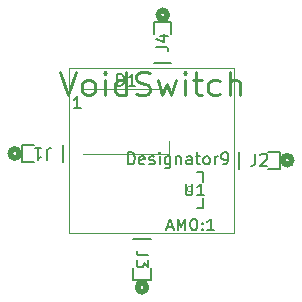
<source format=gbr>
%TF.GenerationSoftware,KiCad,Pcbnew,7.0.5*%
%TF.CreationDate,2023-06-14T21:13:02-05:00*%
%TF.ProjectId,VoidSwitch,566f6964-5377-4697-9463-682e6b696361,rev?*%
%TF.SameCoordinates,Original*%
%TF.FileFunction,Legend,Top*%
%TF.FilePolarity,Positive*%
%FSLAX46Y46*%
G04 Gerber Fmt 4.6, Leading zero omitted, Abs format (unit mm)*
G04 Created by KiCad (PCBNEW 7.0.5) date 2023-06-14 21:13:02*
%MOMM*%
%LPD*%
G01*
G04 APERTURE LIST*
%ADD10C,0.150000*%
%ADD11C,0.200000*%
%ADD12C,0.250000*%
%ADD13C,0.152400*%
%ADD14C,0.508000*%
%ADD15C,0.120000*%
%ADD16C,0.125000*%
G04 APERTURE END LIST*
D10*
%TO.C,U1*%
X151338095Y-99454819D02*
X151338095Y-100264342D01*
X151338095Y-100264342D02*
X151385714Y-100359580D01*
X151385714Y-100359580D02*
X151433333Y-100407200D01*
X151433333Y-100407200D02*
X151528571Y-100454819D01*
X151528571Y-100454819D02*
X151719047Y-100454819D01*
X151719047Y-100454819D02*
X151814285Y-100407200D01*
X151814285Y-100407200D02*
X151861904Y-100359580D01*
X151861904Y-100359580D02*
X151909523Y-100264342D01*
X151909523Y-100264342D02*
X151909523Y-99454819D01*
X152909523Y-100454819D02*
X152338095Y-100454819D01*
X152623809Y-100454819D02*
X152623809Y-99454819D01*
X152623809Y-99454819D02*
X152528571Y-99597676D01*
X152528571Y-99597676D02*
X152433333Y-99692914D01*
X152433333Y-99692914D02*
X152338095Y-99740533D01*
X146463314Y-97813219D02*
X146463314Y-96813219D01*
X146463314Y-96813219D02*
X146701409Y-96813219D01*
X146701409Y-96813219D02*
X146844266Y-96860838D01*
X146844266Y-96860838D02*
X146939504Y-96956076D01*
X146939504Y-96956076D02*
X146987123Y-97051314D01*
X146987123Y-97051314D02*
X147034742Y-97241790D01*
X147034742Y-97241790D02*
X147034742Y-97384647D01*
X147034742Y-97384647D02*
X146987123Y-97575123D01*
X146987123Y-97575123D02*
X146939504Y-97670361D01*
X146939504Y-97670361D02*
X146844266Y-97765600D01*
X146844266Y-97765600D02*
X146701409Y-97813219D01*
X146701409Y-97813219D02*
X146463314Y-97813219D01*
X147844266Y-97765600D02*
X147749028Y-97813219D01*
X147749028Y-97813219D02*
X147558552Y-97813219D01*
X147558552Y-97813219D02*
X147463314Y-97765600D01*
X147463314Y-97765600D02*
X147415695Y-97670361D01*
X147415695Y-97670361D02*
X147415695Y-97289409D01*
X147415695Y-97289409D02*
X147463314Y-97194171D01*
X147463314Y-97194171D02*
X147558552Y-97146552D01*
X147558552Y-97146552D02*
X147749028Y-97146552D01*
X147749028Y-97146552D02*
X147844266Y-97194171D01*
X147844266Y-97194171D02*
X147891885Y-97289409D01*
X147891885Y-97289409D02*
X147891885Y-97384647D01*
X147891885Y-97384647D02*
X147415695Y-97479885D01*
X148272838Y-97765600D02*
X148368076Y-97813219D01*
X148368076Y-97813219D02*
X148558552Y-97813219D01*
X148558552Y-97813219D02*
X148653790Y-97765600D01*
X148653790Y-97765600D02*
X148701409Y-97670361D01*
X148701409Y-97670361D02*
X148701409Y-97622742D01*
X148701409Y-97622742D02*
X148653790Y-97527504D01*
X148653790Y-97527504D02*
X148558552Y-97479885D01*
X148558552Y-97479885D02*
X148415695Y-97479885D01*
X148415695Y-97479885D02*
X148320457Y-97432266D01*
X148320457Y-97432266D02*
X148272838Y-97337028D01*
X148272838Y-97337028D02*
X148272838Y-97289409D01*
X148272838Y-97289409D02*
X148320457Y-97194171D01*
X148320457Y-97194171D02*
X148415695Y-97146552D01*
X148415695Y-97146552D02*
X148558552Y-97146552D01*
X148558552Y-97146552D02*
X148653790Y-97194171D01*
X149129981Y-97813219D02*
X149129981Y-97146552D01*
X149129981Y-96813219D02*
X149082362Y-96860838D01*
X149082362Y-96860838D02*
X149129981Y-96908457D01*
X149129981Y-96908457D02*
X149177600Y-96860838D01*
X149177600Y-96860838D02*
X149129981Y-96813219D01*
X149129981Y-96813219D02*
X149129981Y-96908457D01*
X150034742Y-97146552D02*
X150034742Y-97956076D01*
X150034742Y-97956076D02*
X149987123Y-98051314D01*
X149987123Y-98051314D02*
X149939504Y-98098933D01*
X149939504Y-98098933D02*
X149844266Y-98146552D01*
X149844266Y-98146552D02*
X149701409Y-98146552D01*
X149701409Y-98146552D02*
X149606171Y-98098933D01*
X150034742Y-97765600D02*
X149939504Y-97813219D01*
X149939504Y-97813219D02*
X149749028Y-97813219D01*
X149749028Y-97813219D02*
X149653790Y-97765600D01*
X149653790Y-97765600D02*
X149606171Y-97717980D01*
X149606171Y-97717980D02*
X149558552Y-97622742D01*
X149558552Y-97622742D02*
X149558552Y-97337028D01*
X149558552Y-97337028D02*
X149606171Y-97241790D01*
X149606171Y-97241790D02*
X149653790Y-97194171D01*
X149653790Y-97194171D02*
X149749028Y-97146552D01*
X149749028Y-97146552D02*
X149939504Y-97146552D01*
X149939504Y-97146552D02*
X150034742Y-97194171D01*
X150510933Y-97146552D02*
X150510933Y-97813219D01*
X150510933Y-97241790D02*
X150558552Y-97194171D01*
X150558552Y-97194171D02*
X150653790Y-97146552D01*
X150653790Y-97146552D02*
X150796647Y-97146552D01*
X150796647Y-97146552D02*
X150891885Y-97194171D01*
X150891885Y-97194171D02*
X150939504Y-97289409D01*
X150939504Y-97289409D02*
X150939504Y-97813219D01*
X151844266Y-97813219D02*
X151844266Y-97289409D01*
X151844266Y-97289409D02*
X151796647Y-97194171D01*
X151796647Y-97194171D02*
X151701409Y-97146552D01*
X151701409Y-97146552D02*
X151510933Y-97146552D01*
X151510933Y-97146552D02*
X151415695Y-97194171D01*
X151844266Y-97765600D02*
X151749028Y-97813219D01*
X151749028Y-97813219D02*
X151510933Y-97813219D01*
X151510933Y-97813219D02*
X151415695Y-97765600D01*
X151415695Y-97765600D02*
X151368076Y-97670361D01*
X151368076Y-97670361D02*
X151368076Y-97575123D01*
X151368076Y-97575123D02*
X151415695Y-97479885D01*
X151415695Y-97479885D02*
X151510933Y-97432266D01*
X151510933Y-97432266D02*
X151749028Y-97432266D01*
X151749028Y-97432266D02*
X151844266Y-97384647D01*
X152177600Y-97146552D02*
X152558552Y-97146552D01*
X152320457Y-96813219D02*
X152320457Y-97670361D01*
X152320457Y-97670361D02*
X152368076Y-97765600D01*
X152368076Y-97765600D02*
X152463314Y-97813219D01*
X152463314Y-97813219D02*
X152558552Y-97813219D01*
X153034743Y-97813219D02*
X152939505Y-97765600D01*
X152939505Y-97765600D02*
X152891886Y-97717980D01*
X152891886Y-97717980D02*
X152844267Y-97622742D01*
X152844267Y-97622742D02*
X152844267Y-97337028D01*
X152844267Y-97337028D02*
X152891886Y-97241790D01*
X152891886Y-97241790D02*
X152939505Y-97194171D01*
X152939505Y-97194171D02*
X153034743Y-97146552D01*
X153034743Y-97146552D02*
X153177600Y-97146552D01*
X153177600Y-97146552D02*
X153272838Y-97194171D01*
X153272838Y-97194171D02*
X153320457Y-97241790D01*
X153320457Y-97241790D02*
X153368076Y-97337028D01*
X153368076Y-97337028D02*
X153368076Y-97622742D01*
X153368076Y-97622742D02*
X153320457Y-97717980D01*
X153320457Y-97717980D02*
X153272838Y-97765600D01*
X153272838Y-97765600D02*
X153177600Y-97813219D01*
X153177600Y-97813219D02*
X153034743Y-97813219D01*
X153796648Y-97813219D02*
X153796648Y-97146552D01*
X153796648Y-97337028D02*
X153844267Y-97241790D01*
X153844267Y-97241790D02*
X153891886Y-97194171D01*
X153891886Y-97194171D02*
X153987124Y-97146552D01*
X153987124Y-97146552D02*
X154082362Y-97146552D01*
X154463315Y-97813219D02*
X154653791Y-97813219D01*
X154653791Y-97813219D02*
X154749029Y-97765600D01*
X154749029Y-97765600D02*
X154796648Y-97717980D01*
X154796648Y-97717980D02*
X154891886Y-97575123D01*
X154891886Y-97575123D02*
X154939505Y-97384647D01*
X154939505Y-97384647D02*
X154939505Y-97003695D01*
X154939505Y-97003695D02*
X154891886Y-96908457D01*
X154891886Y-96908457D02*
X154844267Y-96860838D01*
X154844267Y-96860838D02*
X154749029Y-96813219D01*
X154749029Y-96813219D02*
X154558553Y-96813219D01*
X154558553Y-96813219D02*
X154463315Y-96860838D01*
X154463315Y-96860838D02*
X154415696Y-96908457D01*
X154415696Y-96908457D02*
X154368077Y-97003695D01*
X154368077Y-97003695D02*
X154368077Y-97241790D01*
X154368077Y-97241790D02*
X154415696Y-97337028D01*
X154415696Y-97337028D02*
X154463315Y-97384647D01*
X154463315Y-97384647D02*
X154558553Y-97432266D01*
X154558553Y-97432266D02*
X154749029Y-97432266D01*
X154749029Y-97432266D02*
X154844267Y-97384647D01*
X154844267Y-97384647D02*
X154891886Y-97337028D01*
X154891886Y-97337028D02*
X154939505Y-97241790D01*
%TO.C,J4*%
X148854819Y-87858333D02*
X149569104Y-87858333D01*
X149569104Y-87858333D02*
X149711961Y-87905952D01*
X149711961Y-87905952D02*
X149807200Y-88001190D01*
X149807200Y-88001190D02*
X149854819Y-88144047D01*
X149854819Y-88144047D02*
X149854819Y-88239285D01*
X149188152Y-86953571D02*
X149854819Y-86953571D01*
X148807200Y-87191666D02*
X149521485Y-87429761D01*
X149521485Y-87429761D02*
X149521485Y-86810714D01*
%TO.C,J3*%
X148183280Y-105533266D02*
X147468995Y-105533266D01*
X147468995Y-105533266D02*
X147326138Y-105485647D01*
X147326138Y-105485647D02*
X147230900Y-105390409D01*
X147230900Y-105390409D02*
X147183280Y-105247552D01*
X147183280Y-105247552D02*
X147183280Y-105152314D01*
X148183280Y-105914219D02*
X148183280Y-106533266D01*
X148183280Y-106533266D02*
X147802328Y-106199933D01*
X147802328Y-106199933D02*
X147802328Y-106342790D01*
X147802328Y-106342790D02*
X147754709Y-106438028D01*
X147754709Y-106438028D02*
X147707090Y-106485647D01*
X147707090Y-106485647D02*
X147611852Y-106533266D01*
X147611852Y-106533266D02*
X147373757Y-106533266D01*
X147373757Y-106533266D02*
X147278519Y-106485647D01*
X147278519Y-106485647D02*
X147230900Y-106438028D01*
X147230900Y-106438028D02*
X147183280Y-106342790D01*
X147183280Y-106342790D02*
X147183280Y-106057076D01*
X147183280Y-106057076D02*
X147230900Y-105961838D01*
X147230900Y-105961838D02*
X147278519Y-105914219D01*
%TO.C,J2*%
X157241666Y-96919919D02*
X157241666Y-97634204D01*
X157241666Y-97634204D02*
X157194047Y-97777061D01*
X157194047Y-97777061D02*
X157098809Y-97872300D01*
X157098809Y-97872300D02*
X156955952Y-97919919D01*
X156955952Y-97919919D02*
X156860714Y-97919919D01*
X157670238Y-97015157D02*
X157717857Y-96967538D01*
X157717857Y-96967538D02*
X157813095Y-96919919D01*
X157813095Y-96919919D02*
X158051190Y-96919919D01*
X158051190Y-96919919D02*
X158146428Y-96967538D01*
X158146428Y-96967538D02*
X158194047Y-97015157D01*
X158194047Y-97015157D02*
X158241666Y-97110395D01*
X158241666Y-97110395D02*
X158241666Y-97205633D01*
X158241666Y-97205633D02*
X158194047Y-97348490D01*
X158194047Y-97348490D02*
X157622619Y-97919919D01*
X157622619Y-97919919D02*
X158241666Y-97919919D01*
%TO.C,J1*%
X139558333Y-97445180D02*
X139558333Y-96730895D01*
X139558333Y-96730895D02*
X139605952Y-96588038D01*
X139605952Y-96588038D02*
X139701190Y-96492800D01*
X139701190Y-96492800D02*
X139844047Y-96445180D01*
X139844047Y-96445180D02*
X139939285Y-96445180D01*
X138558333Y-96445180D02*
X139129761Y-96445180D01*
X138844047Y-96445180D02*
X138844047Y-97445180D01*
X138844047Y-97445180D02*
X138939285Y-97302323D01*
X138939285Y-97302323D02*
X139034523Y-97207085D01*
X139034523Y-97207085D02*
X139129761Y-97159466D01*
%TO.C,D1*%
X145561905Y-91154819D02*
X145561905Y-90154819D01*
X145561905Y-90154819D02*
X145800000Y-90154819D01*
X145800000Y-90154819D02*
X145942857Y-90202438D01*
X145942857Y-90202438D02*
X146038095Y-90297676D01*
X146038095Y-90297676D02*
X146085714Y-90392914D01*
X146085714Y-90392914D02*
X146133333Y-90583390D01*
X146133333Y-90583390D02*
X146133333Y-90726247D01*
X146133333Y-90726247D02*
X146085714Y-90916723D01*
X146085714Y-90916723D02*
X146038095Y-91011961D01*
X146038095Y-91011961D02*
X145942857Y-91107200D01*
X145942857Y-91107200D02*
X145800000Y-91154819D01*
X145800000Y-91154819D02*
X145561905Y-91154819D01*
X147085714Y-91154819D02*
X146514286Y-91154819D01*
X146800000Y-91154819D02*
X146800000Y-90154819D01*
X146800000Y-90154819D02*
X146704762Y-90297676D01*
X146704762Y-90297676D02*
X146609524Y-90392914D01*
X146609524Y-90392914D02*
X146514286Y-90440533D01*
X142435714Y-93054819D02*
X141864286Y-93054819D01*
X142150000Y-93054819D02*
X142150000Y-92054819D01*
X142150000Y-92054819D02*
X142054762Y-92197676D01*
X142054762Y-92197676D02*
X141959524Y-92292914D01*
X141959524Y-92292914D02*
X141864286Y-92340533D01*
D11*
%TO.C,AM0:1*%
X149744600Y-103125204D02*
X150220790Y-103125204D01*
X149649362Y-103410919D02*
X149982695Y-102410919D01*
X149982695Y-102410919D02*
X150316028Y-103410919D01*
X150649362Y-103410919D02*
X150649362Y-102410919D01*
X150649362Y-102410919D02*
X150982695Y-103125204D01*
X150982695Y-103125204D02*
X151316028Y-102410919D01*
X151316028Y-102410919D02*
X151316028Y-103410919D01*
X151982695Y-102410919D02*
X152077933Y-102410919D01*
X152077933Y-102410919D02*
X152173171Y-102458538D01*
X152173171Y-102458538D02*
X152220790Y-102506157D01*
X152220790Y-102506157D02*
X152268409Y-102601395D01*
X152268409Y-102601395D02*
X152316028Y-102791871D01*
X152316028Y-102791871D02*
X152316028Y-103029966D01*
X152316028Y-103029966D02*
X152268409Y-103220442D01*
X152268409Y-103220442D02*
X152220790Y-103315680D01*
X152220790Y-103315680D02*
X152173171Y-103363300D01*
X152173171Y-103363300D02*
X152077933Y-103410919D01*
X152077933Y-103410919D02*
X151982695Y-103410919D01*
X151982695Y-103410919D02*
X151887457Y-103363300D01*
X151887457Y-103363300D02*
X151839838Y-103315680D01*
X151839838Y-103315680D02*
X151792219Y-103220442D01*
X151792219Y-103220442D02*
X151744600Y-103029966D01*
X151744600Y-103029966D02*
X151744600Y-102791871D01*
X151744600Y-102791871D02*
X151792219Y-102601395D01*
X151792219Y-102601395D02*
X151839838Y-102506157D01*
X151839838Y-102506157D02*
X151887457Y-102458538D01*
X151887457Y-102458538D02*
X151982695Y-102410919D01*
X152744600Y-103315680D02*
X152792219Y-103363300D01*
X152792219Y-103363300D02*
X152744600Y-103410919D01*
X152744600Y-103410919D02*
X152696981Y-103363300D01*
X152696981Y-103363300D02*
X152744600Y-103315680D01*
X152744600Y-103315680D02*
X152744600Y-103410919D01*
X152744600Y-102791871D02*
X152792219Y-102839490D01*
X152792219Y-102839490D02*
X152744600Y-102887109D01*
X152744600Y-102887109D02*
X152696981Y-102839490D01*
X152696981Y-102839490D02*
X152744600Y-102791871D01*
X152744600Y-102791871D02*
X152744600Y-102887109D01*
X153744599Y-103410919D02*
X153173171Y-103410919D01*
X153458885Y-103410919D02*
X153458885Y-102410919D01*
X153458885Y-102410919D02*
X153363647Y-102553776D01*
X153363647Y-102553776D02*
X153268409Y-102649014D01*
X153268409Y-102649014D02*
X153173171Y-102696633D01*
D12*
X140682695Y-89970938D02*
X141349361Y-91970938D01*
X141349361Y-91970938D02*
X142016028Y-89970938D01*
X142968409Y-91970938D02*
X142777933Y-91875700D01*
X142777933Y-91875700D02*
X142682695Y-91780461D01*
X142682695Y-91780461D02*
X142587457Y-91589985D01*
X142587457Y-91589985D02*
X142587457Y-91018557D01*
X142587457Y-91018557D02*
X142682695Y-90828080D01*
X142682695Y-90828080D02*
X142777933Y-90732842D01*
X142777933Y-90732842D02*
X142968409Y-90637604D01*
X142968409Y-90637604D02*
X143254124Y-90637604D01*
X143254124Y-90637604D02*
X143444600Y-90732842D01*
X143444600Y-90732842D02*
X143539838Y-90828080D01*
X143539838Y-90828080D02*
X143635076Y-91018557D01*
X143635076Y-91018557D02*
X143635076Y-91589985D01*
X143635076Y-91589985D02*
X143539838Y-91780461D01*
X143539838Y-91780461D02*
X143444600Y-91875700D01*
X143444600Y-91875700D02*
X143254124Y-91970938D01*
X143254124Y-91970938D02*
X142968409Y-91970938D01*
X144492219Y-91970938D02*
X144492219Y-90637604D01*
X144492219Y-89970938D02*
X144396981Y-90066176D01*
X144396981Y-90066176D02*
X144492219Y-90161414D01*
X144492219Y-90161414D02*
X144587457Y-90066176D01*
X144587457Y-90066176D02*
X144492219Y-89970938D01*
X144492219Y-89970938D02*
X144492219Y-90161414D01*
X146301743Y-91970938D02*
X146301743Y-89970938D01*
X146301743Y-91875700D02*
X146111267Y-91970938D01*
X146111267Y-91970938D02*
X145730314Y-91970938D01*
X145730314Y-91970938D02*
X145539838Y-91875700D01*
X145539838Y-91875700D02*
X145444600Y-91780461D01*
X145444600Y-91780461D02*
X145349362Y-91589985D01*
X145349362Y-91589985D02*
X145349362Y-91018557D01*
X145349362Y-91018557D02*
X145444600Y-90828080D01*
X145444600Y-90828080D02*
X145539838Y-90732842D01*
X145539838Y-90732842D02*
X145730314Y-90637604D01*
X145730314Y-90637604D02*
X146111267Y-90637604D01*
X146111267Y-90637604D02*
X146301743Y-90732842D01*
X147158886Y-91875700D02*
X147444600Y-91970938D01*
X147444600Y-91970938D02*
X147920791Y-91970938D01*
X147920791Y-91970938D02*
X148111267Y-91875700D01*
X148111267Y-91875700D02*
X148206505Y-91780461D01*
X148206505Y-91780461D02*
X148301743Y-91589985D01*
X148301743Y-91589985D02*
X148301743Y-91399509D01*
X148301743Y-91399509D02*
X148206505Y-91209033D01*
X148206505Y-91209033D02*
X148111267Y-91113795D01*
X148111267Y-91113795D02*
X147920791Y-91018557D01*
X147920791Y-91018557D02*
X147539838Y-90923319D01*
X147539838Y-90923319D02*
X147349362Y-90828080D01*
X147349362Y-90828080D02*
X147254124Y-90732842D01*
X147254124Y-90732842D02*
X147158886Y-90542366D01*
X147158886Y-90542366D02*
X147158886Y-90351890D01*
X147158886Y-90351890D02*
X147254124Y-90161414D01*
X147254124Y-90161414D02*
X147349362Y-90066176D01*
X147349362Y-90066176D02*
X147539838Y-89970938D01*
X147539838Y-89970938D02*
X148016029Y-89970938D01*
X148016029Y-89970938D02*
X148301743Y-90066176D01*
X148968410Y-90637604D02*
X149349362Y-91970938D01*
X149349362Y-91970938D02*
X149730315Y-91018557D01*
X149730315Y-91018557D02*
X150111267Y-91970938D01*
X150111267Y-91970938D02*
X150492219Y-90637604D01*
X151254124Y-91970938D02*
X151254124Y-90637604D01*
X151254124Y-89970938D02*
X151158886Y-90066176D01*
X151158886Y-90066176D02*
X151254124Y-90161414D01*
X151254124Y-90161414D02*
X151349362Y-90066176D01*
X151349362Y-90066176D02*
X151254124Y-89970938D01*
X151254124Y-89970938D02*
X151254124Y-90161414D01*
X151920791Y-90637604D02*
X152682695Y-90637604D01*
X152206505Y-89970938D02*
X152206505Y-91685223D01*
X152206505Y-91685223D02*
X152301743Y-91875700D01*
X152301743Y-91875700D02*
X152492219Y-91970938D01*
X152492219Y-91970938D02*
X152682695Y-91970938D01*
X154206505Y-91875700D02*
X154016029Y-91970938D01*
X154016029Y-91970938D02*
X153635076Y-91970938D01*
X153635076Y-91970938D02*
X153444600Y-91875700D01*
X153444600Y-91875700D02*
X153349362Y-91780461D01*
X153349362Y-91780461D02*
X153254124Y-91589985D01*
X153254124Y-91589985D02*
X153254124Y-91018557D01*
X153254124Y-91018557D02*
X153349362Y-90828080D01*
X153349362Y-90828080D02*
X153444600Y-90732842D01*
X153444600Y-90732842D02*
X153635076Y-90637604D01*
X153635076Y-90637604D02*
X154016029Y-90637604D01*
X154016029Y-90637604D02*
X154206505Y-90732842D01*
X155063648Y-91970938D02*
X155063648Y-89970938D01*
X155920791Y-91970938D02*
X155920791Y-90923319D01*
X155920791Y-90923319D02*
X155825553Y-90732842D01*
X155825553Y-90732842D02*
X155635077Y-90637604D01*
X155635077Y-90637604D02*
X155349362Y-90637604D01*
X155349362Y-90637604D02*
X155158886Y-90732842D01*
X155158886Y-90732842D02*
X155063648Y-90828080D01*
D11*
%TO.C,U1*%
X152300002Y-98500000D02*
X152800001Y-98500000D01*
X152300002Y-101500000D02*
X152800001Y-101500000D01*
X152800001Y-99299999D02*
X152800001Y-98500000D01*
X152800001Y-101500000D02*
X152800001Y-100699999D01*
D13*
%TO.C,J4*%
X148676100Y-89252200D02*
X150123900Y-89252200D01*
X148676100Y-85797800D02*
X148676100Y-86787649D01*
X150123900Y-85797800D02*
X148676100Y-85797800D01*
X150123900Y-86787649D02*
X150123900Y-85797800D01*
D14*
X149781000Y-85162800D02*
G75*
G03*
X149781000Y-85162800I-381000J0D01*
G01*
%TO.C,J3*%
X148019100Y-108228800D02*
G75*
G03*
X148019100Y-108228800I-381000J0D01*
G01*
D13*
X146914200Y-106603951D02*
X146914200Y-107593800D01*
X146914200Y-107593800D02*
X148362000Y-107593800D01*
X148362000Y-107593800D02*
X148362000Y-106603951D01*
X148362000Y-104139400D02*
X146914200Y-104139400D01*
D14*
%TO.C,J2*%
X160318200Y-97465100D02*
G75*
G03*
X160318200Y-97465100I-381000J0D01*
G01*
D13*
X158312351Y-98189000D02*
X159302200Y-98189000D01*
X159302200Y-98189000D02*
X159302200Y-96741200D01*
X159302200Y-96741200D02*
X158312351Y-96741200D01*
X155847800Y-96741200D02*
X155847800Y-98189000D01*
%TO.C,J1*%
X140952200Y-97623900D02*
X140952200Y-96176100D01*
X137497800Y-97623900D02*
X138487649Y-97623900D01*
X137497800Y-96176100D02*
X137497800Y-97623900D01*
X138487649Y-96176100D02*
X137497800Y-96176100D01*
D14*
X137243800Y-96900000D02*
G75*
G03*
X137243800Y-96900000I-381000J0D01*
G01*
D15*
%TO.C,D1*%
X142650000Y-91450000D02*
X149950000Y-91450000D01*
X142650000Y-96950000D02*
X149950000Y-96950000D01*
X149950000Y-96950000D02*
X149950000Y-95800000D01*
%TO.C,AM0:1*%
X155429600Y-89673700D02*
X155429600Y-103643700D01*
X141459600Y-89673700D02*
X155429600Y-89673700D01*
X141459600Y-103643700D02*
X141459600Y-89673700D01*
X155429600Y-103643700D02*
X141459600Y-103643700D01*
D16*
X151938378Y-99908700D02*
G75*
G03*
X151938378Y-99908700I-243778J0D01*
G01*
%TD*%
M02*

</source>
